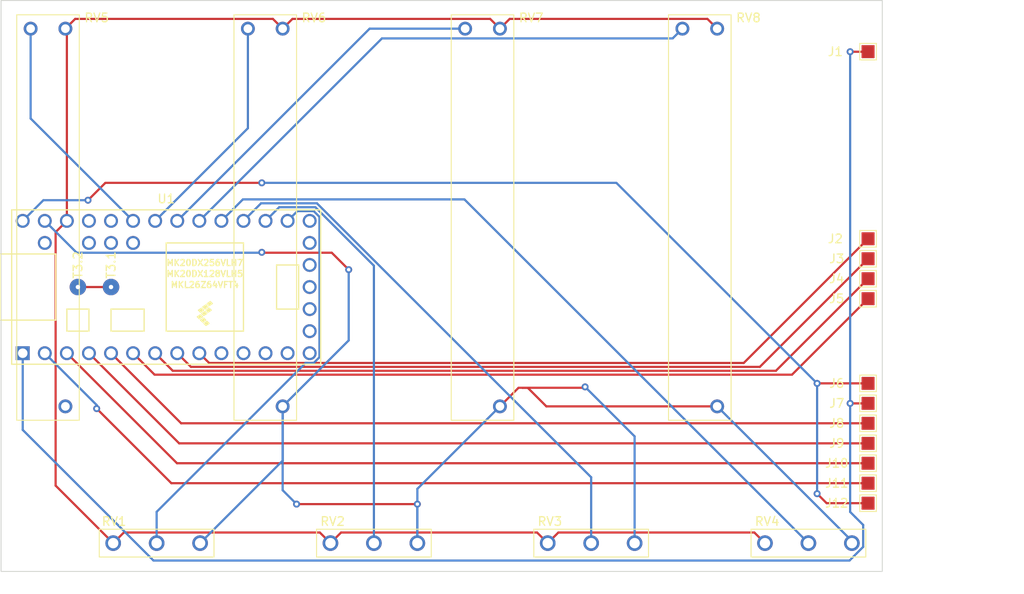
<source format=kicad_pcb>
(kicad_pcb (version 20211014) (generator pcbnew)
  (layers (0 "F.Cu" signal) (31 "B.Cu" signal) (34 "B.Paste" user) (35 "F.Paste" user) (36 "B.SilkS" user "B.Silkscreen") (37 "F.SilkS" user "F.Silkscreen") (38 "B.Mask" user) (39 "F.Mask" user) (44 "Edge.Cuts" user))
  (net 0 "")
  (net 1 "GND")
  (net 2 "/b1")
  (net 3 "/b2")
  (net 4 "/b3")
  (net 5 "/b4")
  (net 6 "/5v")
  (net 7 "/b5")
  (net 8 "/b6")
  (net 9 "/b7")
  (net 10 "/b8")
  (net 11 "/3v3")
  (net 12 "/p1")
  (net 13 "/agnd")
  (net 14 "/p2")
  (net 15 "/p3")
  (net 16 "/p4")
  (net 17 "/l1")
  (net 18 "/l2")
  (net 19 "/l3")
  (net 20 "/l4")
  (net 38 "unconnected-(U1-Pad38)")
  (footprint "Project Library:TestPoint_Pad_1.5x1.5mm" (layer "F.Cu") (at 199.7613 121)
    (fp_text reference "J9" (at -3.6 0) (layer "F.SilkS"))
    (fp_text value "Conn_01x01_Female")
    (fp_line (start 0.95 -0.95) (end 0.95 0.95) (layer "F.SilkS") (width 0.12))
    (fp_line (start 0.95 0.95) (end -0.95 0.95) (layer "F.SilkS") (width 0.12))
    (fp_line (start -0.95 0.95) (end -0.95 -0.95) (layer "F.SilkS") (width 0.12))
    (fp_line (start -0.95 -0.95) (end 0.95 -0.95) (layer "F.SilkS") (width 0.12))
    (pad "1" smd rect locked (at 0 0) (size 1.5 1.5) (layers "F.Cu" "F.Mask") (net 8 "/b6"))
  )
  (footprint "Project Library:Potentiometer_Slide_C3031N" (layer "F.Cu") (at 132.4 73.243)
    (fp_text reference "RV6" (at 3.6 -1.25 unlocked) (layer "F.SilkS"))
    (fp_text value "R_Potentiometer")
    (fp_rect (start -5.6 -1.6) (end 1.6 45.1) (layer "F.SilkS") (width 0.12) (fill none))
    (pad "1" thru_hole circle locked (at 0 0) (size 1.6 1.6) (drill 1) (layers *.Cu *.Mask) (net 11 "/3v3"))
    (pad "2" thru_hole circle locked (at -4 0) (size 1.6 1.6) (drill 1) (layers *.Cu *.Mask) (net 18 "/l2"))
    (pad "3" thru_hole circle locked (at 0 43.5) (size 1.6 1.6) (drill 1) (layers *.Cu *.Mask) (net 13 "/agnd"))
  )
  (footprint "Project Library:TestPoint_Pad_1.5x1.5mm" (layer "F.Cu") (at 199.761285 118.693)
    (fp_text reference "J8" (at -3.6 0) (layer "F.SilkS"))
    (fp_text value "Conn_01x01_Female")
    (fp_line (start -0.95 -0.95) (end 0.95 -0.95) (layer "F.SilkS") (width 0.12))
    (fp_line (start 0.95 -0.95) (end 0.95 0.95) (layer "F.SilkS") (width 0.12))
    (fp_line (start 0.95 0.95) (end -0.95 0.95) (layer "F.SilkS") (width 0.12))
    (fp_line (start -0.95 0.95) (end -0.95 -0.95) (layer "F.SilkS") (width 0.12))
    (pad "1" smd rect locked (at 0 0) (size 1.5 1.5) (layers "F.Cu" "F.Mask") (net 7 "/b5"))
  )
  (footprint "Project Library:Potentiometer_Alpha_RV16AF-41" (layer "F.Cu") (at 187.9 132.493)
    (fp_text reference "RV4" (at 0.25 -2.5 unlocked) (layer "F.SilkS"))
    (fp_text value "R_Potentiometer")
    (fp_rect (start -1.6 -1.6) (end 11.6 1.6) (layer "F.SilkS") (width 0.12) (fill none))
    (pad "1" thru_hole circle locked (at 0 0) (size 1.8 1.8) (drill 1.2) (layers *.Cu *.Mask) (net 11 "/3v3"))
    (pad "2" thru_hole circle locked (at 5 0) (size 1.8 1.8) (drill 1.2) (layers *.Cu *.Mask) (net 16 "/p4"))
    (pad "3" thru_hole circle locked (at 10 0) (size 1.8 1.8) (drill 1.2) (layers *.Cu *.Mask) (net 13 "/agnd"))
  )
  (footprint "Project Library:Potentiometer_Slide_C3031N" (layer "F.Cu") (at 107.4 73.243)
    (fp_text reference "RV5" (at 3.6 -1.25 unlocked) (layer "F.SilkS"))
    (fp_text value "R_Potentiometer")
    (fp_rect (start -5.6 -1.6) (end 1.6 45.1) (layer "F.SilkS") (width 0.12) (fill none))
    (pad "1" thru_hole circle locked (at 0 0) (size 1.6 1.6) (drill 1) (layers *.Cu *.Mask) (net 11 "/3v3"))
    (pad "2" thru_hole circle locked (at -4 0) (size 1.6 1.6) (drill 1) (layers *.Cu *.Mask) (net 17 "/l1"))
    (pad "3" thru_hole circle locked (at 0 43.5) (size 1.6 1.6) (drill 1) (layers *.Cu *.Mask) (net 13 "/agnd"))
  )
  (footprint "Project Library:TestPoint_Pad_1.5x1.5mm" (layer "F.Cu") (at 199.761285 125.593)
    (fp_text reference "J11" (at -3.6 0) (layer "F.SilkS"))
    (fp_text value "Conn_01x01_Female")
    (fp_line (start -0.95 0.95) (end -0.95 -0.95) (layer "F.SilkS") (width 0.12))
    (fp_line (start 0.95 0.95) (end -0.95 0.95) (layer "F.SilkS") (width 0.12))
    (fp_line (start 0.95 -0.95) (end 0.95 0.95) (layer "F.SilkS") (width 0.12))
    (fp_line (start -0.95 -0.95) (end 0.95 -0.95) (layer "F.SilkS") (width 0.12))
    (pad "1" smd rect locked (at 0 0) (size 1.5 1.5) (layers "F.Cu" "F.Mask") (net 10 "/b8"))
  )
  (footprint "Project Library:TestPoint_Pad_1.5x1.5mm" (layer "F.Cu") (at 199.761285 116.393)
    (fp_text reference "J7" (at -3.6 0) (layer "F.SilkS"))
    (fp_text value "Conn_01x01_Female")
    (fp_line (start -0.95 0.95) (end -0.95 -0.95) (layer "F.SilkS") (width 0.12))
    (fp_line (start 0.95 0.95) (end -0.95 0.95) (layer "F.SilkS") (width 0.12))
    (fp_line (start 0.95 -0.95) (end 0.95 0.95) (layer "F.SilkS") (width 0.12))
    (fp_line (start -0.95 -0.95) (end 0.95 -0.95) (layer "F.SilkS") (width 0.12))
    (pad "1" smd rect locked (at 0 0) (size 1.5 1.5) (layers "F.Cu" "F.Mask") (net 1 "GND"))
  )
  (footprint "Project Library:Potentiometer_Slide_C3031N" (layer "F.Cu") (at 182.4 73.243)
    (fp_text reference "RV8" (at 3.6 -1.25 unlocked) (layer "F.SilkS"))
    (fp_text value "R_Potentiometer")
    (fp_rect (start -5.6 -1.6) (end 1.6 45.1) (layer "F.SilkS") (width 0.12) (fill none))
    (pad "1" thru_hole circle locked (at 0 0) (size 1.6 1.6) (drill 1) (layers *.Cu *.Mask) (net 11 "/3v3"))
    (pad "2" thru_hole circle locked (at -4 0) (size 1.6 1.6) (drill 1) (layers *.Cu *.Mask) (net 20 "/l4"))
    (pad "3" thru_hole circle locked (at 0 43.5) (size 1.6 1.6) (drill 1) (layers *.Cu *.Mask) (net 13 "/agnd"))
  )
  (footprint "Project Library:TestPoint_Pad_1.5x1.5mm" (layer "F.Cu") (at 199.761285 123.293)
    (fp_text reference "J10" (at -3.6 0) (layer "F.SilkS"))
    (fp_text value "Conn_01x01_Female")
    (fp_line (start 0.95 0.95) (end -0.95 0.95) (layer "F.SilkS") (width 0.12))
    (fp_line (start 0.95 -0.95) (end 0.95 0.95) (layer "F.SilkS") (width 0.12))
    (fp_line (start -0.95 -0.95) (end 0.95 -0.95) (layer "F.SilkS") (width 0.12))
    (fp_line (start -0.95 0.95) (end -0.95 -0.95) (layer "F.SilkS") (width 0.12))
    (pad "1" smd rect locked (at 0 0) (size 1.5 1.5) (layers "F.Cu" "F.Mask") (net 9 "/b7"))
  )
  (footprint "Project Library:Potentiometer_Alpha_RV16AF-41" (layer "F.Cu") (at 137.9 132.493)
    (fp_text reference "RV2" (at 0.25 -2.5 unlocked) (layer "F.SilkS"))
    (fp_text value "R_Potentiometer")
    (fp_rect (start -1.6 -1.6) (end 11.6 1.6) (layer "F.SilkS") (width 0.12) (fill none))
    (pad "1" thru_hole circle locked (at 0 0) (size 1.8 1.8) (drill 1.2) (layers *.Cu *.Mask) (net 11 "/3v3"))
    (pad "2" thru_hole circle locked (at 5 0) (size 1.8 1.8) (drill 1.2) (layers *.Cu *.Mask) (net 14 "/p2"))
    (pad "3" thru_hole circle locked (at 10 0) (size 1.8 1.8) (drill 1.2) (layers *.Cu *.Mask) (net 13 "/agnd"))
  )
  (footprint "Project Library:TestPoint_Pad_1.5x1.5mm" (layer "F.Cu") (at 199.761285 99.743)
    (fp_text reference "J3" (at -3.6 0) (layer "F.SilkS"))
    (fp_text value "Conn_01x01_Female")
    (fp_line (start -0.95 0.95) (end -0.95 -0.95) (layer "F.SilkS") (width 0.12))
    (fp_line (start -0.95 -0.95) (end 0.95 -0.95) (layer "F.SilkS") (width 0.12))
    (fp_line (start 0.95 -0.95) (end 0.95 0.95) (layer "F.SilkS") (width 0.12))
    (fp_line (start 0.95 0.95) (end -0.95 0.95) (layer "F.SilkS") (width 0.12))
    (pad "1" smd rect locked (at 0 0) (size 1.5 1.5) (layers "F.Cu" "F.Mask") (net 3 "/b2"))
  )
  (footprint "Project Library:TestPoint_Pad_1.5x1.5mm" (layer "F.Cu") (at 199.761285 127.893)
    (fp_text reference "J12" (at -3.6 0) (layer "F.SilkS"))
    (fp_text value "Conn_01x01_Female")
    (fp_line (start -0.95 0.95) (end -0.95 -0.95) (layer "F.SilkS") (width 0.12))
    (fp_line (start 0.95 -0.95) (end 0.95 0.95) (layer "F.SilkS") (width 0.12))
    (fp_line (start 0.95 0.95) (end -0.95 0.95) (layer "F.SilkS") (width 0.12))
    (fp_line (start -0.95 -0.95) (end 0.95 -0.95) (layer "F.SilkS") (width 0.12))
    (pad "1" smd rect locked (at 0 0) (size 1.5 1.5) (layers "F.Cu" "F.Mask") (net 6 "/5v"))
  )
  (footprint "Project Library:TestPoint_Pad_1.5x1.5mm" (layer "F.Cu") (at 199.761285 97.443)
    (fp_text reference "J2" (at -3.761285 0) (layer "F.SilkS"))
    (fp_text value "Conn_01x01_Female")
    (fp_line (start 0.95 -0.95) (end 0.95 0.95) (layer "F.SilkS") (width 0.12))
    (fp_line (start -0.95 -0.95) (end 0.95 -0.95) (layer "F.SilkS") (width 0.12))
    (fp_line (start 0.95 0.95) (end -0.95 0.95) (layer "F.SilkS") (width 0.12))
    (fp_line (start -0.95 0.95) (end -0.95 -0.95) (layer "F.SilkS") (width 0.12))
    (pad "1" smd rect locked (at 0 0) (size 1.5 1.5) (layers "F.Cu" "F.Mask") (net 2 "/b1"))
  )
  (footprint "Project Library:TestPoint_Pad_1.5x1.5mm" (layer "F.Cu") (at 199.761285 104.343)
    (fp_text reference "J5" (at -3.6 0) (layer "F.SilkS"))
    (fp_text value "Conn_01x01_Female")
    (fp_line (start 0.95 -0.95) (end 0.95 0.95) (layer "F.SilkS") (width 0.12))
    (fp_line (start 0.95 0.95) (end -0.95 0.95) (layer "F.SilkS") (width 0.12))
    (fp_line (start -0.95 0.95) (end -0.95 -0.95) (layer "F.SilkS") (width 0.12))
    (fp_line (start -0.95 -0.95) (end 0.95 -0.95) (layer "F.SilkS") (width 0.12))
    (pad "1" smd rect locked (at 0 0) (size 1.5 1.5) (layers "F.Cu" "F.Mask") (net 5 "/b4"))
  )
  (footprint "Teensy:Teensy30_31_32_LC" (layer "F.Cu") (at 119 103)
    (fp_text reference "U1" (at 0 -10.16) (layer "F.SilkS"))
    (fp_text value "Teensy3.2")
    (fp_text user "MK20DX256VLH7" (at 4.445 -2.794) (layer "F.SilkS") (effects (font (size 0.7 0.7))))
    (fp_text user "T3.1" (at -6.35 -2.54 90) (layer "F.SilkS"))
    (fp_text user "MK20DX128VLH5" (at 4.445 -1.524) (layer "F.SilkS") (effects (font (size 0.7 0.7))))
    (fp_text user "MKL26Z64VFT4" (at 4.445 -0.254) (layer "F.SilkS") (effects (font (size 0.7 0.7))))
    (fp_text user "T3.2" (at -10.16 -2.54 90) (layer "F.SilkS"))
    (fp_line (start 15.24 2.54) (end 12.7 2.54) (layer "F.SilkS") (width 0.15))
    (fp_line (start 17.78 -8.89) (end 17.78 8.89) (layer "F.SilkS") (width 0.15))
    (fp_line (start -8.89 2.54) (end -11.43 2.54) (layer "F.SilkS") (width 0.15))
    (fp_line (start -2.54 2.54) (end -6.35 2.54) (layer "F.SilkS") (width 0.15))
    (fp_line (start -17.78 3.81) (end -19.05 3.81) (layer "F.SilkS") (width 0.15))
    (fp_line (start 0 -5.08) (end 0 5.08) (layer "F.SilkS") (width 0.15))
    (fp_line (start 17.78 8.89) (end -17.78 8.89) (layer "F.SilkS") (width 0.15))
    (fp_line (start -12.7 -3.81) (end -17.78 -3.81) (layer "F.SilkS") (width 0.15))
    (fp_line (start -12.7 3.81) (end -12.7 -3.81) (layer "F.SilkS") (width 0.15))
    (fp_line (start -6.35 5.08) (end -2.54 5.08) (layer "F.SilkS") (width 0.15))
    (fp_line (start -8.89 5.08) (end -8.89 2.54) (layer "F.SilkS") (width 0.15))
    (fp_line (start 8.89 5.08) (end 0 5.08) (layer "F.SilkS") (width 0.15))
    (fp_line (start -19.05 3.81) (end -19.05 -3.81) (layer "F.SilkS") (width 0.15))
    (fp_line (start 12.7 2.54) (end 12.7 -2.54) (layer "F.SilkS") (width 0.15))
    (fp_line (start -17.78 -8.89) (end 17.78 -8.89) (layer "F.SilkS") (width 0.15))
    (fp_line (start -17.78 8.89) (end -17.78 -8.89) (layer "F.SilkS") (width 0.15))
    (fp_line (start -11.43 5.08) (end -8.89 5.08) (layer "F.SilkS") (width 0.15))
    (fp_line (start -12.7 3.81) (end -17.78 3.81) (layer "F.SilkS") (width 0.15))
    (fp_line (start 12.7 -2.54) (end 15.24 -2.54) (layer "F.SilkS") (width 0.15))
    (fp_line (start 8.89 -5.08) (end 0 -5.08) (layer "F.SilkS") (width 0.15))
    (fp_line (start -2.54 5.08) (end -2.54 2.54) (layer "F.SilkS") (width 0.15))
    (fp_line (start 15.24 -2.54) (end 15.24 2.54) (layer "F.SilkS") (width 0.15))
    (fp_line (start -19.05 -3.81) (end -17.78 -3.81) (layer "F.SilkS") (width 0.15))
    (fp_line (start -11.43 2.54) (end -11.43 5.08) (layer "F.SilkS") (width 0.15))
    (fp_line (start 8.89 5.08) (end 8.89 -5.08) (layer "F.SilkS") (width 0.15))
    (fp_line (start -6.35 2.54) (end -6.35 5.08) (layer "F.SilkS") (width 0.15))
    (fp_poly (pts (xy 3.81 3.683) (xy 3.556 3.429) (xy 3.937 3.175) (xy 4.191 3.429)) (layer "F.SilkS") (width 0.1) (fill solid))
    (fp_poly (pts (xy 4.445 2.54) (xy 4.191 2.286) (xy 4.572 2.032) (xy 4.826 2.286)) (layer "F.SilkS") (width 0.1) (fill solid))
    (fp_poly (pts (xy 4.826 2.921) (xy 4.572 2.667) (xy 4.953 2.413) (xy 5.207 2.667)) (layer "F.SilkS") (width 0.1) (fill solid))
    (fp_poly (pts (xy 3.937 2.921) (xy 3.683 2.667) (xy 4.064 2.413) (xy 4.318 2.667)) (layer "F.SilkS") (width 0.1) (fill solid))
    (fp_poly (pts (xy 4.191 4.064) (xy 3.937 3.81) (xy 4.318 3.556) (xy 4.572 3.81)) (layer "F.SilkS") (width 0.1) (fill solid))
    (fp_poly (pts (xy 4.953 2.159) (xy 4.699 1.905) (xy 5.08 1.651) (xy 5.334 1.905)) (layer "F.SilkS") (width 0.1) (fill solid))
    (fp_poly (pts (xy 4.572 4.445) (xy 4.318 4.191) (xy 4.699 3.937) (xy 4.953 4.191)) (layer "F.SilkS") (width 0.1) (fill solid))
    (fp_poly (pts (xy 4.318 3.302) (xy 4.064 3.048) (xy 4.445 2.794) (xy 4.699 3.048)) (layer "F.SilkS") (width 0.1) (fill solid))
    (pad "1" thru_hole rect locked (at -16.51 7.62) (size 1.6 1.6) (drill 1.1) (layers *.Cu *.Mask) (net 1 "GND"))
    (pad "2" thru_hole circle locked (at -13.97 7.62) (size 1.6 1.6) (drill 1.1) (layers *.Cu *.Mask) (net 10 "/b8"))
    (pad "3" thru_hole circle locked (at -11.43 7.62) (size 1.6 1.6) (drill 1.1) (layers *.Cu *.Mask) (net 9 "/b7"))
    (pad "4" thru_hole circle locked (at -8.89 7.62) (size 1.6 1.6) (drill 1.1) (layers *.Cu *.Mask) (net 8 "/b6"))
    (pad "5" thru_hole circle locked (at -6.35 7.62) (size 1.6 1.6) (drill 1.1) (layers *.Cu *.Mask) (net 7 "/b5"))
    (pad "6" thru_hole circle locked (at -3.81 7.62) (size 1.6 1.6) (drill 1.1) (layers *.Cu *.Mask) (net 5 "/b4"))
    (pad "7" thru_hole circle locked (at -1.27 7.62) (size 1.6 1.6) (drill 1.1) (layers *.Cu *.Mask) (net 4 "/b3"))
    (pad "8" thru_hole circle locked (at 1.27 7.62) (size 1.6 1.6) (drill 1.1) (layers *.Cu *.Mask) (net 3 "/b2"))
    (pad "9" thru_hole circle locked (at 3.81 7.62) (size 1.6 1.6) (drill 1.1) (layers *.Cu *.Mask) (net 2 "/b1"))
    (pad "10" thru_hole circle locked (at 6.35 7.62) (size 1.6 1.6) (drill 1.1) (layers *.Cu *.Mask))
    (pad "11" thru_hole circle locked (at 8.89 7.62) (size 1.6 1.6) (drill 1.1) (layers *.Cu *.Mask))
    (pad "12" thru_hole circle locked (at 11.43 7.62) (size 1.6 1.6) (drill 1.1) (layers *.Cu *.Mask))
    (pad "13" thru_hole circle locked (at 13.97 7.62) (size 1.6 1.6) (drill 1.1) (layers *.Cu *.Mask))
    (pad "14" thru_hole circle locked (at 16.51 7.62) (size 1.6 1.6) (drill 1.1) (layers *.Cu *.Mask))
    (pad "15" thru_hole circle locked (at 16.51 5.08) (size 1.6 1.6) (drill 1.1) (layers *.Cu *.Mask))
    (pad "16" thru_hole circle locked (at 16.51 2.54) (size 1.6 1.6) (drill 1.1) (layers *.Cu *.Mask))
    (pad "17" thru_hole circle locked (at 16.51 0) (size 1.6 1.6) (drill 1.1) (layers *.Cu *.Mask))
    (pad "18" thru_hole circle locked (at 16.51 -2.54) (size 1.6 1.6) (drill 1.1) (layers *.Cu *.Mask))
    (pad "19" thru_hole circle locked (at 16.51 -5.08) (size 1.6 1.6) (drill 1.1) (layers *.Cu *.Mask))
    (pad "20" thru_hole circle locked (at 16.51 -7.62) (size 1.6 1.6) (drill 1.1) (layers *.Cu *.Mask))
    (pad "21" thru_hole circle locked (at 13.97 -7.62) (size 1.6 1.6) (drill 1.1) (layers *.Cu *.Mask) (net 12 "/p1"))
    (pad "22" thru_hole circle locked (at 11.43 -7.62) (size 1.6 1.6) (drill 1.1) (layers *.Cu *.Mask) (net 14 "/p2"))
    (pad "23" thru_hole circle locked (at 8.89 -7.62) (size 1.6 1.6) (drill 1.1) (layers *.Cu *.Mask) (net 15 "/p3"))
    (pad "24" thru_hole circle locked (at 6.35 -7.62) (size 1.6 1.6) (drill 1.1) (layers *.Cu *.Mask) (net 16 "/p4"))
    (pad "25" thru_hole circle locked (at 3.81 -7.62) (size 1.6 1.6) (drill 1.1) (layers *.Cu *.Mask) (net 20 "/l4"))
    (pad "26" thru_hole circle locked (at 1.27 -7.62) (size 1.6 1.6) (drill 1.1) (layers *.Cu *.Mask) (net 19 "/l3"))
    (pad "27" thru_hole circle locked (at -1.27 -7.62) (size 1.6 1.6) (drill 1.1) (layers *.Cu *.Mask) (net 18 "/l2"))
    (pad "28" thru_hole circle locked (at -3.81 -7.62) (size 1.6 1.6) (drill 1.1) (layers *.Cu *.Mask) (net 17 "/l1"))
    (pad "29" thru_hole circle locked (at -6.35 -7.62) (size 1.6 1.6) (drill 1.1) (layers *.Cu *.Mask))
    (pad "30" thru_hole circle locked (at -8.89 -7.62) (size 1.6 1.6) (drill 1.1) (layers *.Cu *.Mask))
    (pad "31" thru_hole circle locked (at -11.43 -7.62) (size 1.6 1.6) (drill 1.1) (layers *.Cu *.Mask) (net 11 "/3v3"))
    (pad "32" thru_hole circle locked (at -13.97 -7.62) (size 1.6 1.6) (drill 1.1) (layers *.Cu *.Mask) (net 13 "/agnd"))
    (pad "33" thru_hole circle locked (at -16.51 -7.62) (size 1.6 1.6) (drill 1.1) (layers *.Cu *.Mask) (net 6 "/5v"))
    (pad "34" thru_hole circle locked (at -13.97 -5.08) (size 1.6 1.6) (drill 1.1) (layers *.Cu *.Mask))
    (pad "35" thru_hole circle locked (at -8.89 -5.08) (size 1.6 1.6) (drill 1.1) (layers *.Cu *.Mask))
    (pad "36" thru_hole circle locked (at -6.35 -5.08) (size 1.6 1.6) (drill 1.1) (layers *.Cu *.Mask))
    (pad "37" thru_hole circle locked (at -3.81 -5.08) (size 1.6 1.6) (drill 1.1) (layers *.Cu *.Mask))
    (pad "38" thru_hole circle locked (at -6.35 0) (size 1.9 1.9) (drill 0.5) (layers *.Cu *.Mask) (net 38 "unconnected-(U1-Pad38)"))
    (pad "38" thru_hole circle locked (at -10.16 0) (size 1.9 1.9) (drill 0.5) (layers *.Cu *.Mask) (net 38 "unconnected-(U1-Pad38)"))
  )
  (footprint "Project Library:TestPoint_Pad_1.5x1.5mm" (layer "F.Cu") (at 199.761285 102.043)
    (fp_text reference "J4" (at -3.6 0) (layer "F.SilkS"))
    (fp_text value "Conn_01x01_Female")
    (fp_line (start 0.95 0.95) (end -0.95 0.95) (layer "F.SilkS") (width 0.12))
    (fp_line (start 0.95 -0.95) (end 0.95 0.95) (layer "F.SilkS") (width 0.12))
    (fp_line (start -0.95 0.95) (end -0.95 -0.95) (layer "F.SilkS") (width 0.12))
    (fp_line (start -0.95 -0.95) (end 0.95 -0.95) (layer "F.SilkS") (width 0.12))
    (pad "1" smd rect locked (at 0 0) (size 1.5 1.5) (layers "F.Cu" "F.Mask") (net 4 "/b3"))
  )
  (footprint "Project Library:TestPoint_Pad_1.5x1.5mm" (layer "F.Cu") (at 199.761285 75.893)
    (fp_text reference "J1" (at -3.761285 0) (layer "F.SilkS"))
    (fp_text value "Conn_01x01_Female")
    (fp_line (start -0.95 -0.95) (end 0.95 -0.95) (layer "F.SilkS") (width 0.12))
    (fp_line (start 0.95 0.95) (end -0.95 0.95) (layer "F.SilkS") (width 0.12))
    (fp_line (start 0.95 -0.95) (end 0.95 0.95) (layer "F.SilkS") (width 0.12))
    (fp_line (start -0.95 0.95) (end -0.95 -0.95) (layer "F.SilkS") (width 0.12))
    (pad "1" smd rect locked (at 0 0) (size 1.5 1.5) (layers "F.Cu" "F.Mask") (net 1 "GND"))
  )
  (footprint "Project Library:Potentiometer_Alpha_RV16AF-41" (layer "F.Cu") (at 162.9 132.493)
    (fp_text reference "RV3" (at 0.25 -2.5 unlocked) (layer "F.SilkS"))
    (fp_text value "R_Potentiometer")
    (fp_rect (start -1.6 -1.6) (end 11.6 1.6) (layer "F.SilkS") (width 0.12) (fill none))
    (pad "1" thru_hole circle locked (at 0 0) (size 1.8 1.8) (drill 1.2) (layers *.Cu *.Mask) (net 11 "/3v3"))
    (pad "2" thru_hole circle locked (at 5 0) (size 1.8 1.8) (drill 1.2) (layers *.Cu *.Mask) (net 15 "/p3"))
    (pad "3" thru_hole circle locked (at 10 0) (size 1.8 1.8) (drill 1.2) (layers *.Cu *.Mask) (net 13 "/agnd"))
  )
  (footprint "Project Library:Potentiometer_Slide_C3031N" (layer "F.Cu") (at 157.4 73.243)
    (fp_text reference "RV7" (at 3.6 -1.25 unlocked) (layer "F.SilkS"))
    (fp_text value "R_Potentiometer")
    (fp_rect (start -5.6 -1.6) (end 1.6 45.1) (layer "F.SilkS") (width 0.12) (fill none))
    (pad "1" thru_hole circle locked (at 0 0) (size 1.6 1.6) (drill 1) (layers *.Cu *.Mask) (net 11 "/3v3"))
    (pad "2" thru_hole circle locked (at -4 0) (size 1.6 1.6) (drill 1) (layers *.Cu *.Mask) (net 19 "/l3"))
    (pad "3" thru_hole circle locked (at 0 43.5) (size 1.6 1.6) (drill 1) (layers *.Cu *.Mask) (net 13 "/agnd"))
  )
  (footprint "Project Library:Potentiometer_Alpha_RV16AF-41" (layer "F.Cu") (at 112.9 132.493)
    (fp_text reference "RV1" (at 0.1 -2.5 unlocked) (layer "F.SilkS"))
    (fp_text value "R_Potentiometer")
    (fp_rect (start -1.6 -1.6) (end 11.6 1.6) (layer "F.SilkS") (width 0.12) (fill none))
    (pad "1" thru_hole circle locked (at 0 0) (size 1.8 1.8) (drill 1.2) (layers *.Cu *.Mask) (net 11 "/3v3"))
    (pad "2" thru_hole circle locked (at 5 0) (size 1.8 1.8) (drill 1.2) (layers *.Cu *.Mask) (net 12 "/p1"))
    (pad "3" thru_hole circle locked (at 10 0) (size 1.8 1.8) (drill 1.2) (layers *.Cu *.Mask) (net 13 "/agnd"))
  )
  (footprint "Project Library:TestPoint_Pad_1.5x1.5mm" (layer "F.Cu") (at 199.761285 114.093)
    (fp_text reference "J6" (at -3.6 0) (layer "F.SilkS"))
    (fp_text value "Conn_01x01_Female")
    (fp_line (start 0.95 -0.95) (end 0.95 0.95) (layer "F.SilkS") (width 0.12))
    (fp_line (start -0.95 -0.95) (end 0.95 -0.95) (layer "F.SilkS") (width 0.12))
    (fp_line (start -0.95 0.95) (end -0.95 -0.95) (layer "F.SilkS") (width 0.12))
    (fp_line (start 0.95 0.95) (end -0.95 0.95) (layer "F.SilkS") (width 0.12))
    (pad "1" smd rect locked (at 0 0) (size 1.5 1.5) (layers "F.Cu" "F.Mask") (net 6 "/5v"))
  )
  (gr_rect locked (start 100 70) (end 201.4 135.75) (layer "Edge.Cuts") (width 0.1) (fill none))
  (segment (start 197.7 75.9) (end 199.754285 75.9) (width 0.25) (layer "F.Cu") (net 1))
  (segment (start 197.7 116.4) (end 199.754285 116.4) (width 0.25) (layer "F.Cu") (net 1))
  (segment (start 199.754285 116.4) (end 199.761285 116.393) (width 0.25) (layer "F.Cu") (net 1))
  (segment (start 199.754285 75.9) (end 199.761285 75.893) (width 0.25) (layer "F.Cu") (net 1))
  (via (at 197.7 75.9) (size 0.8) (drill 0.4) (layers "F.Cu" "B.Cu") (net 1))
  (via (at 197.7 116.4) (size 0.8) (drill 0.4) (layers "F.Cu" "B.Cu") (net 1))
  (segment (start 199.2 132.924721) (end 199.2 130.4) (width 0.25) (layer "B.Cu") (net 1))
  (segment (start 117.539562 134.5) (end 197.624721 134.5) (width 0.25) (layer "B.Cu") (net 1))
  (segment (start 199.2 130.4) (end 198.3 129.5) (width 0.25) (layer "B.Cu") (net 1))
  (segment (start 197.624721 134.5) (end 199.2 132.924721) (width 0.25) (layer "B.Cu") (net 1))
  (segment (start 198.3 129.5) (end 197.7 128.9) (width 0.25) (layer "B.Cu") (net 1))
  (segment (start 197.7 116.4) (end 197.7 75.9) (width 0.25) (layer "B.Cu") (net 1))
  (segment (start 197.7 128.9) (end 197.7 116.4) (width 0.25) (layer "B.Cu") (net 1))
  (segment (start 102.49 110.62) (end 102.49 119.450438) (width 0.25) (layer "B.Cu") (net 1))
  (segment (start 102.49 119.450438) (end 117.539562 134.5) (width 0.25) (layer "B.Cu") (net 1))
  (segment (start 185.459774 111.744511) (end 123.934511 111.744511) (width 0.25) (layer "F.Cu") (net 2))
  (segment (start 199.761285 97.443) (end 185.459774 111.744511) (width 0.25) (layer "F.Cu") (net 2))
  (segment (start 123.934511 111.744511) (end 122.81 110.62) (width 0.25) (layer "F.Cu") (net 2))
  (segment (start 199.761285 99.743) (end 187.310254 112.194031) (width 0.25) (layer "F.Cu") (net 3))
  (segment (start 121.844031 112.194031) (end 120.27 110.62) (width 0.25) (layer "F.Cu") (net 3))
  (segment (start 187.310254 112.194031) (end 121.844031 112.194031) (width 0.25) (layer "F.Cu") (net 3))
  (segment (start 119.753551 112.643551) (end 117.73 110.62) (width 0.25) (layer "F.Cu") (net 4))
  (segment (start 199.761285 102.043) (end 189.160734 112.643551) (width 0.25) (layer "F.Cu") (net 4))
  (segment (start 189.160734 112.643551) (end 119.753551 112.643551) (width 0.25) (layer "F.Cu") (net 4))
  (segment (start 117.663071 113.093071) (end 115.19 110.62) (width 0.25) (layer "F.Cu") (net 5))
  (segment (start 199.761285 104.343) (end 191.011214 113.093071) (width 0.25) (layer "F.Cu") (net 5))
  (segment (start 191.011214 113.093071) (end 117.663071 113.093071) (width 0.25) (layer "F.Cu") (net 5))
  (segment (start 193.907 114.093) (end 199.761285 114.093) (width 0.25) (layer "F.Cu") (net 6))
  (segment (start 199.761285 127.893) (end 194.993 127.893) (width 0.25) (layer "F.Cu") (net 6))
  (segment (start 130 91) (end 112 91) (width 0.25) (layer "F.Cu") (net 6))
  (segment (start 194.993 127.893) (end 193.9 126.8) (width 0.25) (layer "F.Cu") (net 6))
  (segment (start 112 91) (end 110 93) (width 0.25) (layer "F.Cu") (net 6))
  (segment (start 193.9 114.1) (end 193.907 114.093) (width 0.25) (layer "F.Cu") (net 6))
  (via (at 193.9 114.1) (size 0.8) (drill 0.4) (layers "F.Cu" "B.Cu") (net 6))
  (via (at 130 91) (size 0.8) (drill 0.4) (layers "F.Cu" "B.Cu") (net 6))
  (via (at 193.9 126.8) (size 0.8) (drill 0.4) (layers "F.Cu" "B.Cu") (net 6))
  (via (at 110 93) (size 0.8) (drill 0.4) (layers "F.Cu" "B.Cu") (net 6))
  (segment (start 193.9 126.8) (end 193.9 114.1) (width 0.25) (layer "B.Cu") (net 6))
  (segment (start 193.9 114.1) (end 170.8 91) (width 0.25) (layer "B.Cu") (net 6))
  (segment (start 104.87 93) (end 102.49 95.38) (width 0.25) (layer "B.Cu") (net 6))
  (segment (start 170.8 91) (end 130 91) (width 0.25) (layer "B.Cu") (net 6))
  (segment (start 110 93) (end 104.87 93) (width 0.25) (layer "B.Cu") (net 6))
  (segment (start 199.761285 118.693) (end 120.723 118.693) (width 0.25) (layer "F.Cu") (net 7))
  (segment (start 120.723 118.693) (end 112.65 110.62) (width 0.25) (layer "F.Cu") (net 7))
  (segment (start 120.49 121) (end 110.11 110.62) (width 0.25) (layer "F.Cu") (net 8))
  (segment (start 199.7613 121) (end 120.49 121) (width 0.25) (layer "F.Cu") (net 8))
  (segment (start 120.243 123.293) (end 107.57 110.62) (width 0.25) (layer "F.Cu") (net 9))
  (segment (start 199.761285 123.293) (end 120.243 123.293) (width 0.25) (layer "F.Cu") (net 9))
  (segment (start 119.593 125.593) (end 111 117) (width 0.25) (layer "F.Cu") (net 10))
  (segment (start 199.761285 125.593) (end 119.593 125.593) (width 0.25) (layer "F.Cu") (net 10))
  (via (at 111 117) (size 0.8) (drill 0.4) (layers "F.Cu" "B.Cu") (net 10))
  (segment (start 111 117) (end 111 116.59) (width 0.25) (layer "B.Cu") (net 10))
  (segment (start 111 116.59) (end 105.03 110.62) (width 0.25) (layer "B.Cu") (net 10))
  (segment (start 136.675489 131.268489) (end 137.9 132.493) (width 0.25) (layer "F.Cu") (net 11))
  (segment (start 106.275489 125.868489) (end 112.9 132.493) (width 0.25) (layer "F.Cu") (net 11))
  (segment (start 133.524511 72.118489) (end 156.275489 72.118489) (width 0.25) (layer "F.Cu") (net 11))
  (segment (start 139.124511 131.268489) (end 161.675489 131.268489) (width 0.25) (layer "F.Cu") (net 11))
  (segment (start 186.675489 131.268489) (end 187.9 132.493) (width 0.25) (layer "F.Cu") (net 11))
  (segment (start 132.4 73.243) (end 133.524511 72.118489) (width 0.25) (layer "F.Cu") (net 11))
  (segment (start 107.57 95.38) (end 106.275489 96.674511) (width 0.25) (layer "F.Cu") (net 11))
  (segment (start 108.524511 72.118489) (end 131.275489 72.118489) (width 0.25) (layer "F.Cu") (net 11))
  (segment (start 157.4 73.243) (end 158.524511 72.118489) (width 0.25) (layer "F.Cu") (net 11))
  (segment (start 107.57 95.38) (end 107.57 73.413) (width 0.25) (layer "F.Cu") (net 11))
  (segment (start 114.124511 131.268489) (end 136.675489 131.268489) (width 0.25) (layer "F.Cu") (net 11))
  (segment (start 156.275489 72.118489) (end 157.4 73.243) (width 0.25) (layer "F.Cu") (net 11))
  (segment (start 181.275489 72.118489) (end 182.4 73.243) (width 0.25) (layer "F.Cu") (net 11))
  (segment (start 162.9 132.493) (end 164.124511 131.268489) (width 0.25) (layer "F.Cu") (net 11))
  (segment (start 161.675489 131.268489) (end 162.9 132.493) (width 0.25) (layer "F.Cu") (net 11))
  (segment (start 164.124511 131.268489) (end 186.675489 131.268489) (width 0.25) (layer "F.Cu") (net 11))
  (segment (start 107.4 73.243) (end 108.524511 72.118489) (width 0.25) (layer "F.Cu") (net 11))
  (segment (start 107.57 73.413) (end 107.4 73.243) (width 0.25) (layer "F.Cu") (net 11))
  (segment (start 112.9 132.493) (end 114.124511 131.268489) (width 0.25) (layer "F.Cu") (net 11))
  (segment (start 131.275489 72.118489) (end 132.4 73.243) (width 0.25) (layer "F.Cu") (net 11))
  (segment (start 106.275489 96.674511) (end 106.275489 125.868489) (width 0.25) (layer "F.Cu") (net 11))
  (segment (start 158.524511 72.118489) (end 181.275489 72.118489) (width 0.25) (layer "F.Cu") (net 11))
  (segment (start 137.9 132.493) (end 139.124511 131.268489) (width 0.25) (layer "F.Cu") (net 11))
  (segment (start 135.044211 111.744511) (end 135.975789 111.744511) (width 0.25) (layer "B.Cu") (net 12))
  (segment (start 135.975789 111.744511) (end 136.634511 111.085789) (width 0.25) (layer "B.Cu") (net 12))
  (segment (start 117.9 132.493) (end 117.9 128.888722) (width 0.25) (layer "B.Cu") (net 12))
  (segment (start 136.634511 111.085789) (end 136.634511 94.914211) (width 0.25) (layer "B.Cu") (net 12))
  (segment (start 117.9 128.888722) (end 135.044211 111.744511) (width 0.25) (layer "B.Cu") (net 12))
  (segment (start 134.094511 94.255489) (end 132.97 95.38) (width 0.25) (layer "B.Cu") (net 12))
  (segment (start 135.975789 94.255489) (end 134.094511 94.255489) (width 0.25) (layer "B.Cu") (net 12))
  (segment (start 136.634511 94.914211) (end 135.975789 94.255489) (width 0.25) (layer "B.Cu") (net 12))
  (segment (start 162.743 116.743) (end 182.4 116.743) (width 0.25) (layer "F.Cu") (net 13))
  (segment (start 130 99) (end 130.044511 99.044511) (width 0.25) (layer "F.Cu") (net 13))
  (segment (start 167.1 114.6) (end 167.2 114.5) (width 0.25) (layer "F.Cu") (net 13))
  (segment (start 157.4 116.743) (end 159.543 114.6) (width 0.25) (layer "F.Cu") (net 13))
  (segment (start 138.044511 99.044511) (end 140 101) (width 0.25) (layer "F.Cu") (net 13))
  (segment (start 159.543 114.6) (end 160 114.6) (width 0.25) (layer "F.Cu") (net 13))
  (segment (start 160.6 114.6) (end 162.743 116.743) (width 0.25) (layer "F.Cu") (net 13))
  (segment (start 147.9 128) (end 134 128) (width 0.25) (layer "F.Cu") (net 13))
  (segment (start 130.044511 99.044511) (end 138.044511 99.044511) (width 0.25) (layer "F.Cu") (net 13))
  (segment (start 160 114.6) (end 167.1 114.6) (width 0.25) (layer "F.Cu") (net 13))
  (segment (start 160 114.6) (end 160.6 114.6) (width 0.25) (layer "F.Cu") (net 13))
  (via (at 167.2 114.5) (size 0.8) (drill 0.4) (layers "F.Cu" "B.Cu") (net 13))
  (via (at 134 128) (size 0.8) (drill 0.4) (layers "F.Cu" "B.Cu") (net 13))
  (via (at 147.9 128) (size 0.8) (drill 0.4) (layers "F.Cu" "B.Cu") (net 13))
  (via (at 130 99) (size 0.8) (drill 0.4) (layers "F.Cu" "B.Cu") (net 13))
  (via (at 140 101) (size 0.8) (drill 0.4) (layers "F.Cu" "B.Cu") (net 13))
  (segment (start 167.2 114.5) (end 172.9 120.2) (width 0.25) (layer "B.Cu") (net 13))
  (segment (start 105.03 95.38) (end 108.694511 99.044511) (width 0.25) (layer "B.Cu") (net 13))
  (segment (start 172.9 120.2) (end 172.9 132.493) (width 0.25) (layer "B.Cu") (net 13))
  (segment (start 134 128) (end 132.4 126.4) (width 0.25) (layer "B.Cu") (net 13))
  (segment (start 129.955489 99.044511) (end 130 99) (width 0.25) (layer "B.Cu") (net 13))
  (segment (start 140 109.143) (end 132.4 116.743) (width 0.25) (layer "B.Cu") (net 13))
  (segment (start 147.9 132.493) (end 147.9 128) (width 0.25) (layer "B.Cu") (net 13))
  (segment (start 182.4 116.993) (end 182.4 116.743) (width 0.25) (layer "B.Cu") (net 13))
  (segment (start 197.9 132.243) (end 197.9 132.493) (width 0.25) (layer "B.Cu") (net 13))
  (segment (start 132.4 126.4) (end 132.4 116.743) (width 0.25) (layer "B.Cu") (net 13))
  (segment (start 132.4 116.743) (end 132.4 122.993) (width 0.25) (layer "B.Cu") (net 13))
  (segment (start 140 101) (end 140 109.143) (width 0.25) (layer "B.Cu") (net 13))
  (segment (start 182.4 116.743) (end 197.9 132.243) (width 0.25) (layer "B.Cu") (net 13))
  (segment (start 108.694511 99.044511) (end 129.955489 99.044511) (width 0.25) (layer "B.Cu") (net 13))
  (segment (start 147.9 132.493) (end 147.9 126.243) (width 0.25) (layer "B.Cu") (net 13))
  (segment (start 132.4 122.993) (end 122.9 132.493) (width 0.25) (layer "B.Cu") (net 13))
  (segment (start 147.9 126.243) (end 157.4 116.743) (width 0.25) (layer "B.Cu") (net 13))
  (segment (start 132.004031 93.805969) (end 130.43 95.38) (width 0.25) (layer "B.Cu") (net 14))
  (segment (start 142.9 132.493) (end 142.9 100.543983) (width 0.25) (layer "B.Cu") (net 14))
  (segment (start 142.9 100.543983) (end 136.161986 93.805969) (width 0.25) (layer "B.Cu") (net 14))
  (segment (start 136.161986 93.805969) (end 132.004031 93.805969) (width 0.25) (layer "B.Cu") (net 14))
  (segment (start 129.913551 93.356449) (end 127.89 95.38) (width 0.25) (layer "B.Cu") (net 15))
  (segment (start 167.9 132.493) (end 167.9 124.908266) (width 0.25) (layer "B.Cu") (net 15))
  (segment (start 136.348183 93.356449) (end 129.913551 93.356449) (width 0.25) (layer "B.Cu") (net 15))
  (segment (start 167.9 124.908266) (end 136.348183 93.356449) (width 0.25) (layer "B.Cu") (net 15))
  (segment (start 153.313929 92.906929) (end 127.823071 92.906929) (width 0.25) (layer "B.Cu") (net 16))
  (segment (start 192.9 132.493) (end 153.313929 92.906929) (width 0.25) (layer "B.Cu") (net 16))
  (segment (start 127.823071 92.906929) (end 125.35 95.38) (width 0.25) (layer "B.Cu") (net 16))
  (segment (start 103.4 83.59) (end 115.19 95.38) (width 0.25) (layer "B.Cu") (net 17))
  (segment (start 103.4 73.243) (end 103.4 83.59) (width 0.25) (layer "B.Cu") (net 17))
  (segment (start 128.4 73.243) (end 128.4 84.71) (width 0.25) (layer "B.Cu") (net 18))
  (segment (start 128.4 84.71) (end 117.73 95.38) (width 0.25) (layer "B.Cu") (net 18))
  (segment (start 153.4 73.243) (end 142.407 73.243) (width 0.25) (layer "B.Cu") (net 19))
  (segment (start 142.407 73.243) (end 120.27 95.38) (width 0.25) (layer "B.Cu") (net 19))
  (segment (start 143.822489 74.367511) (end 122.81 95.38) (width 0.25) (layer "B.Cu") (net 20))
  (segment (start 177.275489 74.367511) (end 143.822489 74.367511) (width 0.25) (layer "B.Cu") (net 20))
  (segment (start 178.4 73.243) (end 177.275489 74.367511) (width 0.25) (layer "B.Cu") (net 20))
  (segment (start 108.84 103) (end 112.65 103) (width 0.25) (layer "F.Cu") (net 38))
)
</source>
